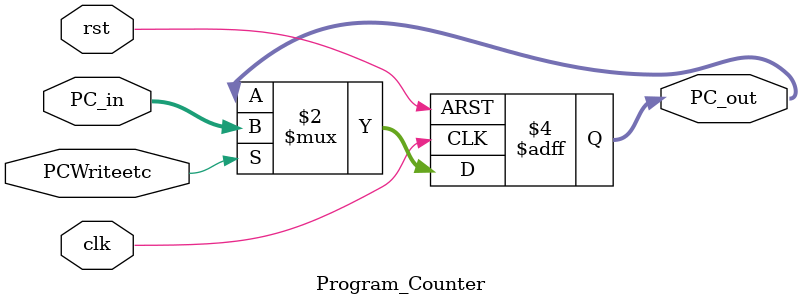
<source format=v>
`timescale 1ns / 1ps


module Program_Counter(clk, rst, PC_in, PC_out,PCWriteetc);
input clk, rst, PCWriteetc;
input [31:0] PC_in;
output reg [31:0] PC_out;
always @(posedge clk or posedge rst)
begin
if (rst)
PC_out <= 31'b0;
else if (PCWriteetc)
PC_out <= PC_in;
end
endmodule

</source>
